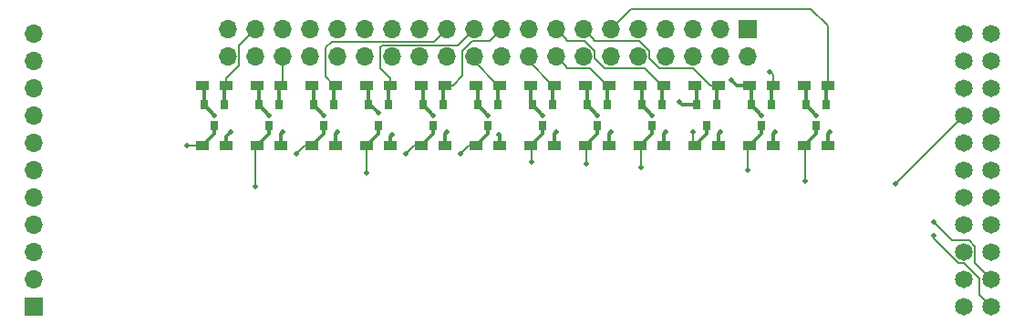
<source format=gbr>
G04 #@! TF.GenerationSoftware,KiCad,Pcbnew,(5.1.2)-1*
G04 #@! TF.CreationDate,2019-10-29T15:15:45-05:00*
G04 #@! TF.ProjectId,computer_board,636f6d70-7574-4657-925f-626f6172642e,rev?*
G04 #@! TF.SameCoordinates,Original*
G04 #@! TF.FileFunction,Copper,L4,Bot*
G04 #@! TF.FilePolarity,Positive*
%FSLAX46Y46*%
G04 Gerber Fmt 4.6, Leading zero omitted, Abs format (unit mm)*
G04 Created by KiCad (PCBNEW (5.1.2)-1) date 2019-10-29 15:15:45*
%MOMM*%
%LPD*%
G04 APERTURE LIST*
%ADD10C,1.640000*%
%ADD11O,1.700000X1.700000*%
%ADD12R,1.700000X1.700000*%
%ADD13R,0.800000X0.900000*%
%ADD14R,1.200000X0.900000*%
%ADD15C,0.508000*%
%ADD16C,0.304800*%
%ADD17C,0.152400*%
G04 APERTURE END LIST*
D10*
X184150000Y-59690000D03*
X181610000Y-59690000D03*
X184150000Y-62230000D03*
X181610000Y-62230000D03*
X184150000Y-64770000D03*
X181610000Y-64770000D03*
X184150000Y-67310000D03*
X181610000Y-67310000D03*
X184150000Y-69850000D03*
X181610000Y-69850000D03*
X184150000Y-72390000D03*
X181610000Y-72390000D03*
X184150000Y-74930000D03*
X181610000Y-74930000D03*
X184150000Y-77470000D03*
X181610000Y-77470000D03*
X184150000Y-80010000D03*
X181610000Y-80010000D03*
X184150000Y-82550000D03*
X181610000Y-82550000D03*
X184150000Y-85090000D03*
X181610000Y-85090000D03*
D11*
X95250000Y-59690000D03*
X95250000Y-62230000D03*
X95250000Y-64770000D03*
X95250000Y-67310000D03*
X95250000Y-69850000D03*
X95250000Y-72390000D03*
X95250000Y-74930000D03*
X95250000Y-77470000D03*
X95250000Y-80010000D03*
X95250000Y-82550000D03*
D12*
X95250000Y-85090000D03*
D11*
X113265000Y-61870000D03*
X113265000Y-59330000D03*
X115805000Y-61870000D03*
X115805000Y-59330000D03*
X118345000Y-61870000D03*
X118345000Y-59330000D03*
X120885000Y-61870000D03*
X120885000Y-59330000D03*
X123425000Y-61870000D03*
X123425000Y-59330000D03*
X125965000Y-61870000D03*
X125965000Y-59330000D03*
X128505000Y-61870000D03*
X128505000Y-59330000D03*
X131045000Y-61870000D03*
X131045000Y-59330000D03*
X133585000Y-61870000D03*
X133585000Y-59330000D03*
X136125000Y-61870000D03*
X136125000Y-59330000D03*
X138665000Y-61870000D03*
X138665000Y-59330000D03*
X141205000Y-61870000D03*
X141205000Y-59330000D03*
X143745000Y-61870000D03*
X143745000Y-59330000D03*
X146285000Y-61870000D03*
X146285000Y-59330000D03*
X148825000Y-61870000D03*
X148825000Y-59330000D03*
X151365000Y-61870000D03*
X151365000Y-59330000D03*
X153905000Y-61870000D03*
X153905000Y-59330000D03*
X156445000Y-61870000D03*
X156445000Y-59330000D03*
X158985000Y-61870000D03*
X158985000Y-59330000D03*
X161525000Y-61870000D03*
D12*
X161525000Y-59330000D03*
D13*
X117094000Y-68310000D03*
X118044000Y-66310000D03*
X116144000Y-66310000D03*
X167894000Y-68310000D03*
X168844000Y-66310000D03*
X166944000Y-66310000D03*
X162814000Y-68310000D03*
X163764000Y-66310000D03*
X161864000Y-66310000D03*
X151704000Y-66310000D03*
X153604000Y-66310000D03*
X152654000Y-68310000D03*
X146624000Y-66310000D03*
X148524000Y-66310000D03*
X147574000Y-68310000D03*
X141544000Y-66310000D03*
X143444000Y-66310000D03*
X142494000Y-68310000D03*
X137414000Y-68310000D03*
X138364000Y-66310000D03*
X136464000Y-66310000D03*
X112014000Y-68310000D03*
X112964000Y-66310000D03*
X111064000Y-66310000D03*
X157734000Y-68310000D03*
X158684000Y-66310000D03*
X156784000Y-66310000D03*
X126304000Y-66310000D03*
X128204000Y-66310000D03*
X127254000Y-68310000D03*
X131384000Y-66310000D03*
X133284000Y-66310000D03*
X132334000Y-68310000D03*
X121224000Y-66310000D03*
X123124000Y-66310000D03*
X122174000Y-68310000D03*
D14*
X115994000Y-64516000D03*
X118194000Y-64516000D03*
X166794000Y-64516000D03*
X168994000Y-64516000D03*
X161714000Y-64516000D03*
X163914000Y-64516000D03*
X151554000Y-64516000D03*
X153754000Y-64516000D03*
X115994000Y-70104000D03*
X118194000Y-70104000D03*
X166794000Y-70104000D03*
X168994000Y-70104000D03*
X161714000Y-70104000D03*
X163914000Y-70104000D03*
X151554000Y-70104000D03*
X153754000Y-70104000D03*
X146474000Y-64516000D03*
X148674000Y-64516000D03*
X143594000Y-64516000D03*
X141394000Y-64516000D03*
X138514000Y-64516000D03*
X136314000Y-64516000D03*
X110914000Y-64516000D03*
X113114000Y-64516000D03*
X146474000Y-70104000D03*
X148674000Y-70104000D03*
X143594000Y-70104000D03*
X141394000Y-70104000D03*
X138514000Y-70104000D03*
X136314000Y-70104000D03*
X113114000Y-70104000D03*
X110914000Y-70104000D03*
X156634000Y-64516000D03*
X158834000Y-64516000D03*
X128354000Y-64516000D03*
X126154000Y-64516000D03*
X133434000Y-64516000D03*
X131234000Y-64516000D03*
X123274000Y-64516000D03*
X121074000Y-64516000D03*
X156634000Y-70104000D03*
X158834000Y-70104000D03*
X128354000Y-70104000D03*
X126154000Y-70104000D03*
X131234000Y-70104000D03*
X133434000Y-70104000D03*
X123274000Y-70104000D03*
X121074000Y-70104000D03*
D15*
X137414000Y-67310000D03*
X127254000Y-67056000D03*
X142494000Y-67310000D03*
X112014000Y-67310000D03*
X162814000Y-67310000D03*
X132334000Y-67310000D03*
X147574000Y-67310000D03*
X122174000Y-67310000D03*
X152654000Y-67310000D03*
X117094000Y-67310000D03*
X167894000Y-67310000D03*
X155194000Y-66040000D03*
X160020000Y-64008000D03*
X163576000Y-63246000D03*
X138430000Y-69088000D03*
X159004000Y-68834000D03*
X128524000Y-69088000D03*
X143764000Y-68834000D03*
X113538000Y-68834000D03*
X164084000Y-68834000D03*
X133604000Y-68834000D03*
X148844000Y-68834000D03*
X123444000Y-68834000D03*
X153924000Y-68834000D03*
X118364000Y-68834000D03*
X169164000Y-68834000D03*
X178816000Y-78486000D03*
X115824000Y-73914000D03*
X178816000Y-77216000D03*
X166878000Y-73406000D03*
X161544000Y-72415460D03*
X151638000Y-72136000D03*
X146558000Y-71805840D03*
X141478000Y-71628000D03*
X134874000Y-70891410D03*
X109474000Y-70104000D03*
X156464000Y-68834000D03*
X175260000Y-73660000D03*
X126154000Y-72728000D03*
X129794000Y-70866000D03*
X119634000Y-70866000D03*
D16*
X112964000Y-64666000D02*
X113114000Y-64516000D01*
X112964000Y-66310000D02*
X112964000Y-64666000D01*
D17*
X113114000Y-63913600D02*
X113114000Y-64516000D01*
X114343601Y-62683999D02*
X113114000Y-63913600D01*
X114343601Y-60791399D02*
X114343601Y-62683999D01*
X115805000Y-59330000D02*
X114343601Y-60791399D01*
D16*
X118044000Y-64666000D02*
X118194000Y-64516000D01*
X118044000Y-66310000D02*
X118044000Y-64666000D01*
D17*
X118345000Y-64365000D02*
X118194000Y-64516000D01*
X118345000Y-61870000D02*
X118345000Y-64365000D01*
D16*
X123124000Y-64666000D02*
X123274000Y-64516000D01*
X123124000Y-66310000D02*
X123124000Y-64666000D01*
D17*
X122346399Y-61041601D02*
X122936000Y-60452000D01*
X122346399Y-63738399D02*
X122346399Y-61041601D01*
X123274000Y-64516000D02*
X123124000Y-64516000D01*
X123124000Y-64516000D02*
X122346399Y-63738399D01*
X132463000Y-60452000D02*
X133585000Y-59330000D01*
X122936000Y-60452000D02*
X132463000Y-60452000D01*
D16*
X138364000Y-64666000D02*
X138514000Y-64516000D01*
X138364000Y-66310000D02*
X138364000Y-64666000D01*
D17*
X136125000Y-62277000D02*
X136125000Y-61870000D01*
X138364000Y-64516000D02*
X136125000Y-62277000D01*
X138514000Y-64516000D02*
X138364000Y-64516000D01*
D16*
X128204000Y-64666000D02*
X128354000Y-64516000D01*
X128204000Y-66310000D02*
X128204000Y-64666000D01*
D17*
X128354000Y-63913600D02*
X128354000Y-64516000D01*
X127426399Y-62985999D02*
X128354000Y-63913600D01*
X127426399Y-60969473D02*
X127426399Y-62985999D01*
X127604473Y-60791399D02*
X127426399Y-60969473D01*
X134663601Y-60791399D02*
X127604473Y-60791399D01*
X136125000Y-59330000D02*
X134663601Y-60791399D01*
D16*
X133284000Y-64666000D02*
X133434000Y-64516000D01*
X133284000Y-66310000D02*
X133284000Y-64666000D01*
D17*
X137586399Y-60408601D02*
X137815001Y-60179999D01*
X135990069Y-60408601D02*
X137586399Y-60408601D01*
X135046399Y-61352271D02*
X135990069Y-60408601D01*
X137815001Y-60179999D02*
X138665000Y-59330000D01*
X134186400Y-64516000D02*
X135046399Y-63656001D01*
X135046399Y-63656001D02*
X135046399Y-61352271D01*
X133434000Y-64516000D02*
X134186400Y-64516000D01*
D16*
X143444000Y-64666000D02*
X143594000Y-64516000D01*
X143444000Y-66310000D02*
X143444000Y-64666000D01*
D17*
X141205000Y-62277000D02*
X141205000Y-61870000D01*
X143444000Y-64516000D02*
X141205000Y-62277000D01*
X143594000Y-64516000D02*
X143444000Y-64516000D01*
D16*
X136464000Y-64666000D02*
X136314000Y-64516000D01*
X136464000Y-66310000D02*
X136464000Y-64666000D01*
X136464000Y-66310000D02*
X136464000Y-66360000D01*
X136464000Y-66360000D02*
X137414000Y-67310000D01*
X156784000Y-64666000D02*
X156634000Y-64516000D01*
X156784000Y-66310000D02*
X156784000Y-64666000D01*
X126304000Y-64666000D02*
X126154000Y-64516000D01*
X126304000Y-66310000D02*
X126304000Y-64666000D01*
X126304000Y-66310000D02*
X126508000Y-66310000D01*
X126508000Y-66310000D02*
X127254000Y-67056000D01*
X141394000Y-66160000D02*
X141544000Y-66310000D01*
X141394000Y-64516000D02*
X141394000Y-66160000D01*
X141544000Y-66310000D02*
X141544000Y-66360000D01*
X141544000Y-66360000D02*
X142494000Y-67310000D01*
X111064000Y-64666000D02*
X110914000Y-64516000D01*
X111064000Y-66310000D02*
X111064000Y-64666000D01*
X111064000Y-66310000D02*
X111064000Y-66360000D01*
X111064000Y-66360000D02*
X112014000Y-67310000D01*
X161864000Y-64666000D02*
X161714000Y-64516000D01*
X161864000Y-66310000D02*
X161864000Y-64666000D01*
X161864000Y-66310000D02*
X161864000Y-66360000D01*
X161864000Y-66360000D02*
X162814000Y-67310000D01*
X131384000Y-64666000D02*
X131234000Y-64516000D01*
X131384000Y-66310000D02*
X131384000Y-64666000D01*
X131384000Y-66310000D02*
X131384000Y-66360000D01*
X131384000Y-66360000D02*
X132334000Y-67310000D01*
X146624000Y-64666000D02*
X146474000Y-64516000D01*
X146624000Y-66310000D02*
X146624000Y-64666000D01*
X146624000Y-66310000D02*
X146624000Y-66360000D01*
X146624000Y-66360000D02*
X147574000Y-67310000D01*
X121224000Y-64666000D02*
X121074000Y-64516000D01*
X121224000Y-66310000D02*
X121224000Y-64666000D01*
X121224000Y-66310000D02*
X121224000Y-66360000D01*
X121224000Y-66360000D02*
X122174000Y-67310000D01*
X151704000Y-64666000D02*
X151554000Y-64516000D01*
X151704000Y-66310000D02*
X151704000Y-64666000D01*
X151704000Y-66310000D02*
X151704000Y-66360000D01*
X151704000Y-66360000D02*
X152654000Y-67310000D01*
X116144000Y-64666000D02*
X115994000Y-64516000D01*
X116144000Y-66310000D02*
X116144000Y-64666000D01*
X116144000Y-66310000D02*
X116144000Y-66360000D01*
X116144000Y-66360000D02*
X117094000Y-67310000D01*
X166944000Y-64666000D02*
X166794000Y-64516000D01*
X166944000Y-66310000D02*
X166944000Y-64666000D01*
X166944000Y-66310000D02*
X166944000Y-66360000D01*
X166944000Y-66360000D02*
X167894000Y-67310000D01*
X156784000Y-66310000D02*
X155464000Y-66310000D01*
X155464000Y-66310000D02*
X155194000Y-66040000D01*
X161714000Y-64516000D02*
X160528000Y-64516000D01*
X160528000Y-64516000D02*
X160020000Y-64008000D01*
X148524000Y-64666000D02*
X148674000Y-64516000D01*
X148524000Y-66310000D02*
X148524000Y-64666000D01*
D17*
X144594999Y-62719999D02*
X143745000Y-61870000D01*
X144823601Y-62948601D02*
X144594999Y-62719999D01*
X146956601Y-62948601D02*
X144823601Y-62948601D01*
X148524000Y-64516000D02*
X146956601Y-62948601D01*
X148674000Y-64516000D02*
X148524000Y-64516000D01*
D16*
X153604000Y-64666000D02*
X153754000Y-64516000D01*
X153604000Y-66310000D02*
X153604000Y-64666000D01*
D17*
X144594999Y-60179999D02*
X143745000Y-59330000D01*
X144823601Y-60408601D02*
X144594999Y-60179999D01*
X146419931Y-60408601D02*
X144823601Y-60408601D01*
X147363601Y-62019601D02*
X147363601Y-61352271D01*
X148292601Y-62948601D02*
X147363601Y-62019601D01*
X152036601Y-62948601D02*
X148292601Y-62948601D01*
X147363601Y-61352271D02*
X146419931Y-60408601D01*
X153604000Y-64516000D02*
X152036601Y-62948601D01*
X153754000Y-64516000D02*
X153604000Y-64516000D01*
D16*
X158684000Y-64666000D02*
X158834000Y-64516000D01*
X158684000Y-66310000D02*
X158684000Y-64666000D01*
D17*
X147363601Y-60408601D02*
X147134999Y-60179999D01*
X151499931Y-60408601D02*
X147363601Y-60408601D01*
X152443601Y-62019601D02*
X152443601Y-61352271D01*
X153372601Y-62948601D02*
X152443601Y-62019601D01*
X147134999Y-60179999D02*
X146285000Y-59330000D01*
X156514201Y-62948601D02*
X153372601Y-62948601D01*
X158081600Y-64516000D02*
X156514201Y-62948601D01*
X152443601Y-61352271D02*
X151499931Y-60408601D01*
X158834000Y-64516000D02*
X158081600Y-64516000D01*
D16*
X163764000Y-64666000D02*
X163914000Y-64516000D01*
X163764000Y-66310000D02*
X163764000Y-64666000D01*
D17*
X163914000Y-64516000D02*
X163914000Y-63584000D01*
X163914000Y-63584000D02*
X163576000Y-63246000D01*
D16*
X168844000Y-64666000D02*
X168994000Y-64516000D01*
X168844000Y-66310000D02*
X168844000Y-64666000D01*
D17*
X168994000Y-64516000D02*
X168994000Y-59012000D01*
X168994000Y-59012000D02*
X167386000Y-57404000D01*
X150751000Y-57404000D02*
X148825000Y-59330000D01*
X167386000Y-57404000D02*
X150751000Y-57404000D01*
D16*
X138514000Y-70104000D02*
X138514000Y-69172000D01*
X138514000Y-69172000D02*
X138430000Y-69088000D01*
X158834000Y-70104000D02*
X158834000Y-69004000D01*
X158834000Y-69004000D02*
X159004000Y-68834000D01*
X128354000Y-70104000D02*
X128354000Y-69258000D01*
X128354000Y-69258000D02*
X128524000Y-69088000D01*
X143594000Y-70104000D02*
X143594000Y-69004000D01*
X143594000Y-69004000D02*
X143764000Y-68834000D01*
X113114000Y-70104000D02*
X113114000Y-69258000D01*
X113114000Y-69258000D02*
X113538000Y-68834000D01*
X163914000Y-70104000D02*
X163914000Y-69004000D01*
X163914000Y-69004000D02*
X164084000Y-68834000D01*
X133434000Y-70104000D02*
X133434000Y-69004000D01*
X133434000Y-69004000D02*
X133604000Y-68834000D01*
X148674000Y-70104000D02*
X148674000Y-69004000D01*
X148674000Y-69004000D02*
X148844000Y-68834000D01*
X123274000Y-70104000D02*
X123274000Y-69004000D01*
X123274000Y-69004000D02*
X123444000Y-68834000D01*
X153754000Y-70104000D02*
X153754000Y-69004000D01*
X153754000Y-69004000D02*
X153924000Y-68834000D01*
X118194000Y-70104000D02*
X118194000Y-69004000D01*
X118194000Y-69004000D02*
X118364000Y-68834000D01*
X168994000Y-70104000D02*
X168994000Y-69004000D01*
X168994000Y-69004000D02*
X169164000Y-68834000D01*
X117094000Y-69004000D02*
X115994000Y-70104000D01*
X117094000Y-68310000D02*
X117094000Y-69004000D01*
D17*
X184150000Y-85090000D02*
X183101399Y-84041399D01*
X183101399Y-82517399D02*
X181642601Y-81058601D01*
X181642601Y-81058601D02*
X181106671Y-81058601D01*
X181106671Y-81058601D02*
X178816000Y-78767930D01*
X183101399Y-84041399D02*
X183101399Y-82517399D01*
X178816000Y-78767930D02*
X178816000Y-78486000D01*
X115824000Y-70274000D02*
X115994000Y-70104000D01*
X115824000Y-73914000D02*
X115824000Y-70274000D01*
D16*
X167894000Y-69004000D02*
X166794000Y-70104000D01*
X167894000Y-68310000D02*
X167894000Y-69004000D01*
D17*
X180561399Y-78961399D02*
X178816000Y-77216000D01*
X182113329Y-78961399D02*
X180561399Y-78961399D01*
X182658601Y-79506671D02*
X182113329Y-78961399D01*
X184150000Y-82550000D02*
X182658601Y-81058601D01*
X182658601Y-81058601D02*
X182658601Y-79506671D01*
X166878000Y-70188000D02*
X166794000Y-70104000D01*
X166878000Y-73406000D02*
X166878000Y-70188000D01*
D16*
X162814000Y-69004000D02*
X161714000Y-70104000D01*
X162814000Y-68310000D02*
X162814000Y-69004000D01*
D17*
X161544000Y-70274000D02*
X161714000Y-70104000D01*
X161544000Y-72415460D02*
X161544000Y-70274000D01*
D16*
X152654000Y-69004000D02*
X151554000Y-70104000D01*
X152654000Y-68310000D02*
X152654000Y-69004000D01*
D17*
X151638000Y-70188000D02*
X151554000Y-70104000D01*
X151638000Y-72136000D02*
X151638000Y-70188000D01*
D16*
X147574000Y-69004000D02*
X146474000Y-70104000D01*
X147574000Y-68310000D02*
X147574000Y-69004000D01*
D17*
X146558000Y-70188000D02*
X146474000Y-70104000D01*
X146558000Y-71805840D02*
X146558000Y-70188000D01*
D16*
X142494000Y-69004000D02*
X141394000Y-70104000D01*
X142494000Y-68310000D02*
X142494000Y-69004000D01*
D17*
X141478000Y-70188000D02*
X141394000Y-70104000D01*
X141478000Y-71628000D02*
X141478000Y-70188000D01*
D16*
X137414000Y-69004000D02*
X136314000Y-70104000D01*
X137414000Y-68310000D02*
X137414000Y-69004000D01*
D17*
X135661410Y-70104000D02*
X136314000Y-70104000D01*
X134874000Y-70891410D02*
X135661410Y-70104000D01*
D16*
X112014000Y-69004000D02*
X110914000Y-70104000D01*
X112014000Y-68310000D02*
X112014000Y-69004000D01*
D17*
X109474000Y-70104000D02*
X110914000Y-70104000D01*
D16*
X157734000Y-69004000D02*
X156634000Y-70104000D01*
X157734000Y-68310000D02*
X157734000Y-69004000D01*
D17*
X156464000Y-69934000D02*
X156634000Y-70104000D01*
X156464000Y-68834000D02*
X156464000Y-69934000D01*
D16*
X127254000Y-69004000D02*
X126154000Y-70104000D01*
X127254000Y-68310000D02*
X127254000Y-69004000D01*
D17*
X175514000Y-73406000D02*
X175260000Y-73660000D01*
X181610000Y-67310000D02*
X175514000Y-73406000D01*
X126154000Y-72728000D02*
X126154000Y-70104000D01*
D16*
X132334000Y-69004000D02*
X131234000Y-70104000D01*
X132334000Y-68310000D02*
X132334000Y-69004000D01*
D17*
X130556000Y-70104000D02*
X131234000Y-70104000D01*
X129794000Y-70866000D02*
X130556000Y-70104000D01*
D16*
X122174000Y-69004000D02*
X121074000Y-70104000D01*
X122174000Y-68310000D02*
X122174000Y-69004000D01*
D17*
X120396000Y-70104000D02*
X121074000Y-70104000D01*
X119634000Y-70866000D02*
X120396000Y-70104000D01*
M02*

</source>
